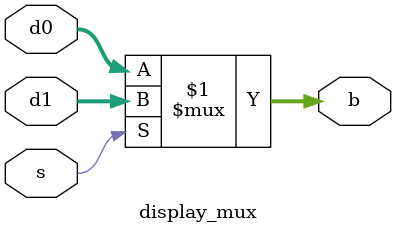
<source format=sv>

module display_mux #(parameter N = 12)
						  (input logic [N-1:0] d1, d0,
						   input logic s,
							output logic [N-1:0] b);

	assign b = s ? d1 : d0;
endmodule
</source>
